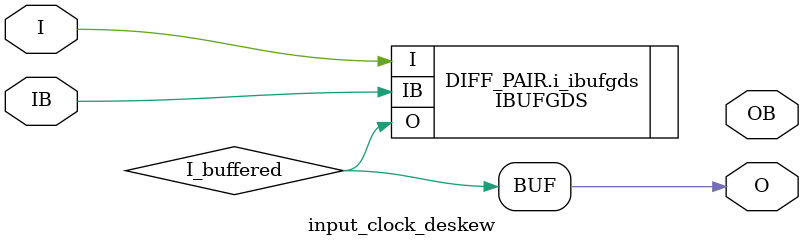
<source format=v>

`timescale 1ns / 1ps
module input_clock_deskew(
		input I,
		input IB,
		output O,
		output OB
    );

	parameter DEVICE = "7SERIES";
	parameter DIFF_PAIR = "TRUE";
	parameter DIFF_OUT = "TRUE";
	wire I_buffered;
	generate
		if (DIFF_PAIR == "TRUE") begin : DIFF_PAIR
			IBUFGDS i_ibufgds(.I(I),.IB(IB),.O(I_buffered));
		end else begin : SE
			IBUFG i_ibufg(.I(I),.O(I_buffered));
		end
	endgenerate
	assign O = I_buffered;
	/*
	generate
		if (DEVICE == "7SERIES") begin : MMCME2
			wire I_feedback_out;
			wire I_feedback_out_b;
			MMCME2_BASE deskew_mmcm(.CLKIN1(I_buffered),
											.CLKFBOUT(I_feedback_out),
											.CLKFBOUTB(I_feedback_out_b),
											.CLKFBIN(O));
			if (DIFF_OUT == "TRUE") begin : DIFF_OUT
				BUFG o_bufg(.I(I_feedback_out),.O(O));
				BUFG ob_bufg(.I(I_feedback_out_b),.O(OB));
			end else begin : SE_OUT
				BUFG o_bufg(.I(I_feedback_out),.O(O));
			end
		end else if (DEVICE == "SPARTAN6") begin : DCM_SP
			wire I_feedback_out;
			wire I_feedback_out_b;
			DCM_SP deskew_dcm(.CLKIN(I_buffered),
									.CLK0(I_feedback_out),
									.CLK180(I_feedback_out_b),
									.CLKFB(O));
			if (DIFF_OUT == "TRUE") begin : DIFF_OUT
				BUFG o_bufg(.I(I_feedback_out),.O(O));
				BUFG ob_bufg(.I(I_feedback_out_b),.O(OB));
			end else begin : SE_OUT
				BUFG o_bufg(.I(I_feedback_out),.O(O));
			end
		end
	endgenerate
	*/
endmodule

</source>
